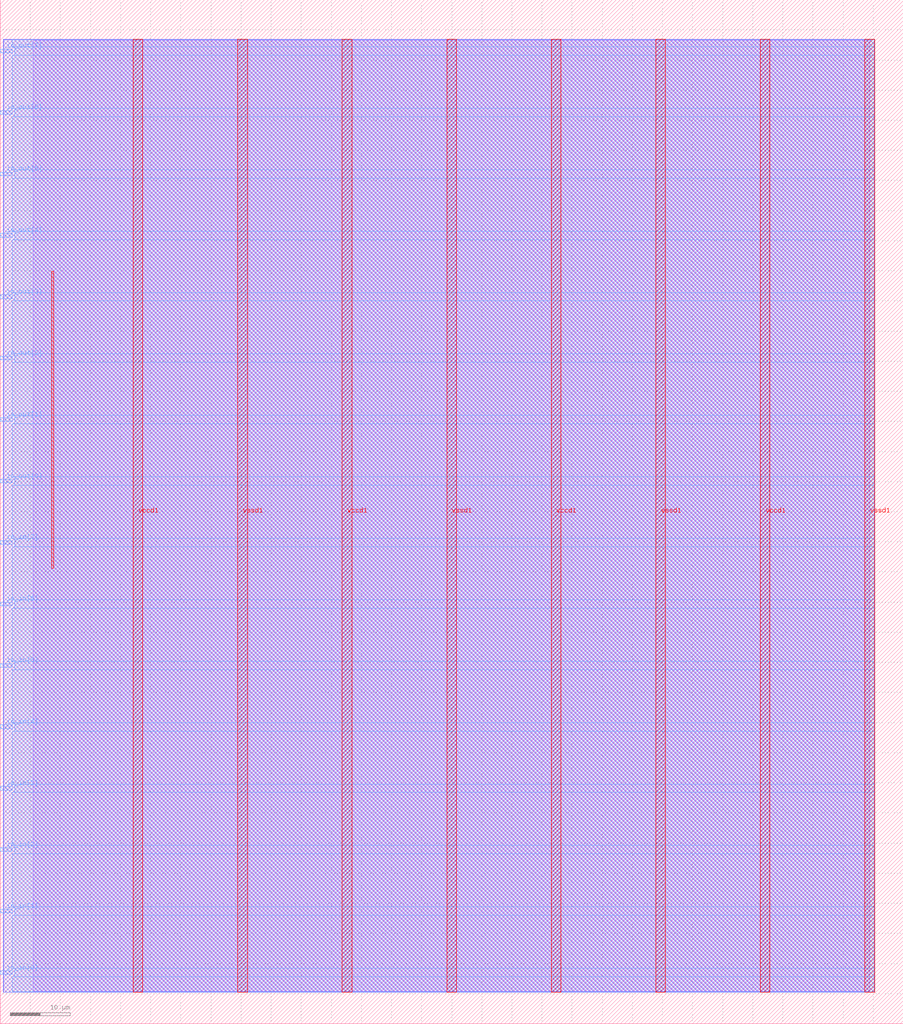
<source format=lef>
VERSION 5.7 ;
  NOWIREEXTENSIONATPIN ON ;
  DIVIDERCHAR "/" ;
  BUSBITCHARS "[]" ;
MACRO user_module_362441918332875777
  CLASS BLOCK ;
  FOREIGN user_module_362441918332875777 ;
  ORIGIN 0.000 0.000 ;
  SIZE 150.000 BY 170.000 ;
  PIN io_in[0]
    DIRECTION INPUT ;
    USE SIGNAL ;
    PORT
      LAYER met3 ;
        RECT 0.000 8.200 2.000 8.800 ;
    END
  END io_in[0]
  PIN io_in[1]
    DIRECTION INPUT ;
    USE SIGNAL ;
    PORT
      LAYER met3 ;
        RECT 0.000 18.400 2.000 19.000 ;
    END
  END io_in[1]
  PIN io_in[2]
    DIRECTION INPUT ;
    USE SIGNAL ;
    PORT
      LAYER met3 ;
        RECT 0.000 28.600 2.000 29.200 ;
    END
  END io_in[2]
  PIN io_in[3]
    DIRECTION INPUT ;
    USE SIGNAL ;
    PORT
      LAYER met3 ;
        RECT 0.000 38.800 2.000 39.400 ;
    END
  END io_in[3]
  PIN io_in[4]
    DIRECTION INPUT ;
    USE SIGNAL ;
    PORT
      LAYER met3 ;
        RECT 0.000 49.000 2.000 49.600 ;
    END
  END io_in[4]
  PIN io_in[5]
    DIRECTION INPUT ;
    USE SIGNAL ;
    PORT
      LAYER met3 ;
        RECT 0.000 59.200 2.000 59.800 ;
    END
  END io_in[5]
  PIN io_in[6]
    DIRECTION INPUT ;
    USE SIGNAL ;
    PORT
      LAYER met3 ;
        RECT 0.000 69.400 2.000 70.000 ;
    END
  END io_in[6]
  PIN io_in[7]
    DIRECTION INPUT ;
    USE SIGNAL ;
    PORT
      LAYER met3 ;
        RECT 0.000 79.600 2.000 80.200 ;
    END
  END io_in[7]
  PIN io_out[0]
    DIRECTION OUTPUT TRISTATE ;
    USE SIGNAL ;
    PORT
      LAYER met3 ;
        RECT 0.000 89.800 2.000 90.400 ;
    END
  END io_out[0]
  PIN io_out[1]
    DIRECTION OUTPUT TRISTATE ;
    USE SIGNAL ;
    PORT
      LAYER met3 ;
        RECT 0.000 100.000 2.000 100.600 ;
    END
  END io_out[1]
  PIN io_out[2]
    DIRECTION OUTPUT TRISTATE ;
    USE SIGNAL ;
    PORT
      LAYER met3 ;
        RECT 0.000 110.200 2.000 110.800 ;
    END
  END io_out[2]
  PIN io_out[3]
    DIRECTION OUTPUT TRISTATE ;
    USE SIGNAL ;
    PORT
      LAYER met3 ;
        RECT 0.000 120.400 2.000 121.000 ;
    END
  END io_out[3]
  PIN io_out[4]
    DIRECTION OUTPUT TRISTATE ;
    USE SIGNAL ;
    PORT
      LAYER met3 ;
        RECT 0.000 130.600 2.000 131.200 ;
    END
  END io_out[4]
  PIN io_out[5]
    DIRECTION OUTPUT TRISTATE ;
    USE SIGNAL ;
    PORT
      LAYER met3 ;
        RECT 0.000 140.800 2.000 141.400 ;
    END
  END io_out[5]
  PIN io_out[6]
    DIRECTION OUTPUT TRISTATE ;
    USE SIGNAL ;
    PORT
      LAYER met3 ;
        RECT 0.000 151.000 2.000 151.600 ;
    END
  END io_out[6]
  PIN io_out[7]
    DIRECTION OUTPUT TRISTATE ;
    USE SIGNAL ;
    PORT
      LAYER met3 ;
        RECT 0.000 161.200 2.000 161.800 ;
    END
  END io_out[7]
  PIN vccd1
    DIRECTION INOUT ;
    USE POWER ;
    PORT
      LAYER met4 ;
        RECT 22.085 5.200 23.685 163.440 ;
    END
    PORT
      LAYER met4 ;
        RECT 56.815 5.200 58.415 163.440 ;
    END
    PORT
      LAYER met4 ;
        RECT 91.545 5.200 93.145 163.440 ;
    END
    PORT
      LAYER met4 ;
        RECT 126.275 5.200 127.875 163.440 ;
    END
  END vccd1
  PIN vssd1
    DIRECTION INOUT ;
    USE GROUND ;
    PORT
      LAYER met4 ;
        RECT 39.450 5.200 41.050 163.440 ;
    END
    PORT
      LAYER met4 ;
        RECT 74.180 5.200 75.780 163.440 ;
    END
    PORT
      LAYER met4 ;
        RECT 108.910 5.200 110.510 163.440 ;
    END
    PORT
      LAYER met4 ;
        RECT 143.640 5.200 145.240 163.440 ;
    END
  END vssd1
  OBS
      LAYER li1 ;
        RECT 5.520 5.355 144.440 163.285 ;
      LAYER met1 ;
        RECT 0.530 5.200 145.240 163.440 ;
      LAYER met2 ;
        RECT 0.560 5.255 145.210 163.385 ;
      LAYER met3 ;
        RECT 2.000 162.200 145.230 163.365 ;
        RECT 2.400 160.800 145.230 162.200 ;
        RECT 2.000 152.000 145.230 160.800 ;
        RECT 2.400 150.600 145.230 152.000 ;
        RECT 2.000 141.800 145.230 150.600 ;
        RECT 2.400 140.400 145.230 141.800 ;
        RECT 2.000 131.600 145.230 140.400 ;
        RECT 2.400 130.200 145.230 131.600 ;
        RECT 2.000 121.400 145.230 130.200 ;
        RECT 2.400 120.000 145.230 121.400 ;
        RECT 2.000 111.200 145.230 120.000 ;
        RECT 2.400 109.800 145.230 111.200 ;
        RECT 2.000 101.000 145.230 109.800 ;
        RECT 2.400 99.600 145.230 101.000 ;
        RECT 2.000 90.800 145.230 99.600 ;
        RECT 2.400 89.400 145.230 90.800 ;
        RECT 2.000 80.600 145.230 89.400 ;
        RECT 2.400 79.200 145.230 80.600 ;
        RECT 2.000 70.400 145.230 79.200 ;
        RECT 2.400 69.000 145.230 70.400 ;
        RECT 2.000 60.200 145.230 69.000 ;
        RECT 2.400 58.800 145.230 60.200 ;
        RECT 2.000 50.000 145.230 58.800 ;
        RECT 2.400 48.600 145.230 50.000 ;
        RECT 2.000 39.800 145.230 48.600 ;
        RECT 2.400 38.400 145.230 39.800 ;
        RECT 2.000 29.600 145.230 38.400 ;
        RECT 2.400 28.200 145.230 29.600 ;
        RECT 2.000 19.400 145.230 28.200 ;
        RECT 2.400 18.000 145.230 19.400 ;
        RECT 2.000 9.200 145.230 18.000 ;
        RECT 2.400 7.800 145.230 9.200 ;
        RECT 2.000 5.275 145.230 7.800 ;
      LAYER met4 ;
        RECT 8.575 75.655 8.905 124.945 ;
  END
END user_module_362441918332875777
END LIBRARY


</source>
